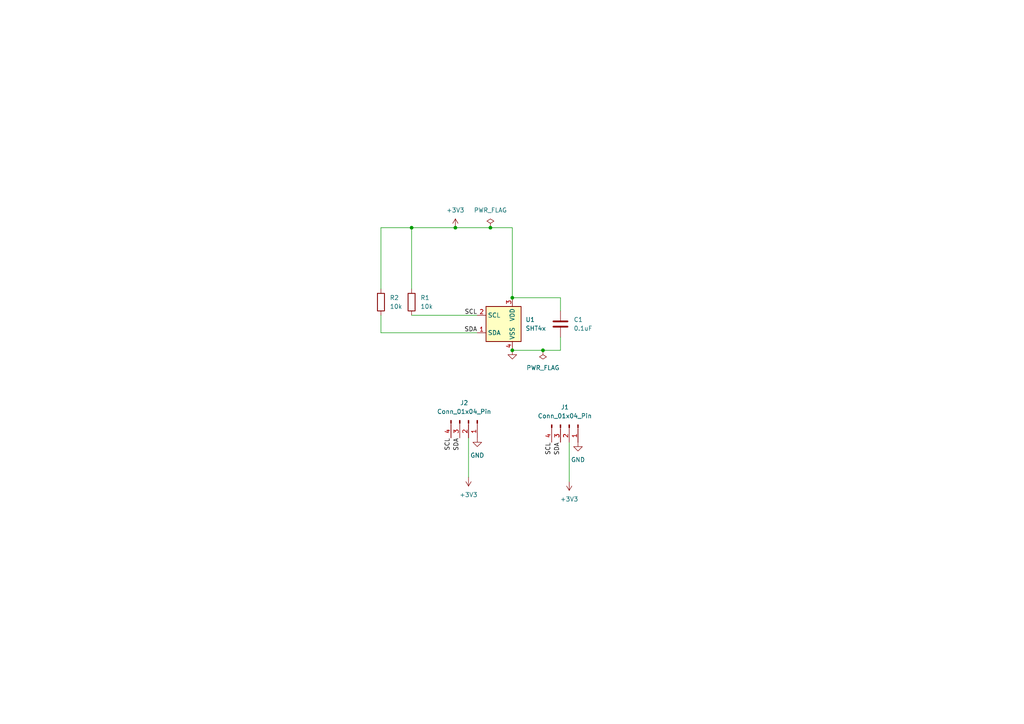
<source format=kicad_sch>
(kicad_sch (version 20230121) (generator eeschema)
  (paper "A4")
  (lib_symbols
    (symbol "Connector:Conn_01x04_Pin" (pin_names (offset 1.016) hide)
      (property "Reference" "J" (at 0 5.08 0))
      (property "Value" "Conn_01x04_Pin" (at 0 -7.62 0))
      (symbol "Conn_01x04_Pin_1_1"
        (polyline (pts (xy 1.27 -5.08) (xy 0.8636 -5.08)) (stroke (width 0.1524)))
        (polyline (pts (xy 1.27 -2.54) (xy 0.8636 -2.54)) (stroke (width 0.1524)))
        (polyline (pts (xy 1.27 0) (xy 0.8636 0)) (stroke (width 0.1524)))
        (polyline (pts (xy 1.27 2.54) (xy 0.8636 2.54)) (stroke (width 0.1524)))
        (rectangle (start 0.8636 -4.953) (end 0 -5.207) (stroke (width 0.1524)) (fill (type outline)))
        (rectangle (start 0.8636 -2.413) (end 0 -2.667) (stroke (width 0.1524)) (fill (type outline)))
        (rectangle (start 0.8636 0.127) (end 0 -0.127) (stroke (width 0.1524)) (fill (type outline)))
        (rectangle (start 0.8636 2.667) (end 0 2.413) (stroke (width 0.1524)) (fill (type outline)))
        (pin passive line (at 5.08 2.54 180) (length 3.81) (name "Pin_1") (number "1"))
        (pin passive line (at 5.08 0 180) (length 3.81) (name "Pin_2") (number "2"))
        (pin passive line (at 5.08 -2.54 180) (length 3.81) (name "Pin_3") (number "3"))
        (pin passive line (at 5.08 -5.08 180) (length 3.81) (name "Pin_4") (number "4"))
      )
    )
    (symbol "Device:C" (pin_numbers hide) (pin_names (offset 0.254))
      (property "Reference" "C" (at 0.635 2.54 0))
      (property "Value" "C" (at 0.635 -2.54 0))
      (symbol "C_0_1"
        (polyline (pts (xy -2.032 -0.762) (xy 2.032 -0.762)) (stroke (width 0.508)))
        (polyline (pts (xy -2.032 0.762) (xy 2.032 0.762)) (stroke (width 0.508)))
      )
      (symbol "C_1_1"
        (pin passive line (at 0 3.81 270) (length 2.794) (name "~") (number "1"))
        (pin passive line (at 0 -3.81 90) (length 2.794) (name "~") (number "2"))
      )
    )
    (symbol "Device:R" (pin_numbers hide) (pin_names (offset 0))
      (property "Reference" "R" (at 2.032 0 90))
      (property "Value" "R" (at 0 0 90))
      (symbol "R_0_1"
        (rectangle (start -1.016 -2.54) (end 1.016 2.54) (stroke (width 0.254)))
      )
      (symbol "R_1_1"
        (pin passive line (at 0 3.81 270) (length 1.27) (name "~") (number "1"))
        (pin passive line (at 0 -3.81 90) (length 1.27) (name "~") (number "2"))
      )
    )
    (symbol "Sensor_Humidity:SHT4x"
      (property "Reference" "U" (at 0 8.89 0))
      (property "Value" "SHT4x" (at 0 6.35 0))
      (symbol "SHT4x_1_1"
        (rectangle (start -5.08 5.08) (end 5.08 -5.08) (stroke (width 0.254)) (fill (type background)))
        (pin bidirectional line (at -7.62 -2.54 0) (length 2.54) (name "SDA") (number "1"))
        (pin input line (at -7.62 2.54 0) (length 2.54) (name "SCL") (number "2"))
        (pin power_in line (at 2.54 7.62 270) (length 2.54) (name "VDD") (number "3"))
        (pin power_in line (at 2.54 -7.62 90) (length 2.54) (name "VSS") (number "4"))
      )
    )
    (symbol "power:+3V3" (power) (pin_names (offset 0))
      (property "Value" "+3V3" (at 0 3.556 0))
      (symbol "+3V3_0_1"
        (polyline (pts (xy -0.762 1.27) (xy 0 2.54)))
        (polyline (pts (xy 0 0) (xy 0 2.54)))
        (polyline (pts (xy 0 2.54) (xy 0.762 1.27)))
      )
      (symbol "+3V3_1_1"
        (pin power_in line (at 0 0 90) (length 0) hide (name "+3V3") (number "1"))
      )
    )
    (symbol "power:GND" (power) (pin_names (offset 0))
      (property "Value" "GND" (at 0 -3.81 0))
      (symbol "GND_0_1"
        (polyline (pts (xy 0 0) (xy 0 -1.27) (xy 1.27 -1.27) (xy 0 -2.54) (xy -1.27 -1.27) (xy 0 -1.27)))
      )
      (symbol "GND_1_1"
        (pin power_in line (at 0 0 270) (length 0) hide (name "GND") (number "1"))
      )
    )
    (symbol "power:PWR_FLAG" (power) (pin_numbers hide) (pin_names (offset 0) hide)
      (property "Value" "PWR_FLAG" (at 0 3.81 0))
      (symbol "PWR_FLAG_0_0"
        (pin power_out line (at 0 0 90) (length 0) (name "pwr") (number "1"))
      )
      (symbol "PWR_FLAG_0_1"
        (polyline (pts (xy 0 0) (xy 0 1.27) (xy -1.016 1.905) (xy 0 2.54) (xy 1.016 1.905) (xy 0 1.27)))
      )
    )
  )
  (junction (at 157.48 101.6))
  (junction (at 132.08 66.04))
  (junction (at 119.38 66.04))
  (junction (at 142.24 66.04))
  (junction (at 148.59 86.36))
  (junction (at 148.59 101.6))
  (wire (pts (xy 110.49 66.04) (xy 119.38 66.04)))
  (wire (pts (xy 162.56 101.6) (xy 162.56 97.79)))
  (wire (pts (xy 148.59 101.6) (xy 157.48 101.6)))
  (wire (pts (xy 142.24 66.04) (xy 148.59 66.04)))
  (wire (pts (xy 132.08 66.04) (xy 142.24 66.04)))
  (wire (pts (xy 135.89 127) (xy 135.89 138.43)))
  (wire (pts (xy 165.1 128.27) (xy 165.1 139.7)))
  (wire (pts (xy 162.56 86.36) (xy 148.59 86.36)))
  (wire (pts (xy 119.38 91.44) (xy 138.43 91.44)))
  (wire (pts (xy 138.43 96.52) (xy 110.49 96.52)))
  (wire (pts (xy 110.49 83.82) (xy 110.49 66.04)))
  (wire (pts (xy 119.38 83.82) (xy 119.38 66.04)))
  (wire (pts (xy 119.38 66.04) (xy 132.08 66.04)))
  (wire (pts (xy 110.49 91.44) (xy 110.49 96.52)))
  (wire (pts (xy 148.59 66.04) (xy 148.59 86.36)))
  (wire (pts (xy 157.48 101.6) (xy 162.56 101.6)))
  (wire (pts (xy 162.56 90.17) (xy 162.56 86.36)))
  (label "SCL" (at 160.02 128.27 270))
  (label "SDA" (at 133.35 127 270))
  (label "SCL" (at 138.43 91.44 180))
  (label "SDA" (at 162.56 128.27 270))
  (label "SDA" (at 138.43 96.52 180))
  (label "SCL" (at 130.81 127 270))
  (symbol (lib_id "Connector:Conn_01x04_Pin") (at 165.1 123.19 270) (unit 1)
    (property "Reference" "J1" (at 163.83 118.11 90))
    (property "Value" "Conn_01x04_Pin" (at 163.83 120.65 90))
    (property "Footprint" "Connector_PinHeader_2.54mm:PinHeader_1x04_P2.54mm_Vertical" (effects hide))
  )
  (symbol (lib_id "power:+3V3") (at 165.1 139.7 180) (unit 1)
    (property "Reference" "#PWR05" (effects hide))
    (property "Value" "+3V3" (at 165.1 144.78 0))
  )
  (symbol (lib_id "Sensor_Humidity:SHT4x") (at 146.05 93.98 0) (unit 1)
    (property "Reference" "U1" (at 152.4 92.71 0) (effects (justify left)))
    (property "Value" "SHT4x" (at 152.4 95.25 0) (effects (justify left)))
    (property "Footprint" "Sensor_Humidity:Sensirion_DFN-4_1.5x1.5mm_P0.8mm_SHT4x_NoCentralPad" (effects hide))
    (property "Datasheet" "https://sensirion.com/media/documents/33FD6951/624C4357/Datasheet_SHT4x.pdf" (effects hide))
  )
  (symbol (lib_id "Device:R") (at 110.49 87.63 0) (unit 1)
    (property "Reference" "R2" (at 113.03 86.36 0) (effects (justify left)))
    (property "Value" "10k" (at 113.03 88.9 0) (effects (justify left)))
    (property "Footprint" "Resistor_SMD:R_0805_2012Metric" (effects hide))
  )
  (symbol (lib_id "power:GND") (at 167.64 128.27 0) (unit 1)
    (property "Reference" "#PWR06" (effects hide))
    (property "Value" "GND" (at 167.64 133.35 0))
  )
  (symbol (lib_id "power:GND") (at 148.59 101.6 0) (unit 1)
    (property "Reference" "#PWR01" (effects hide))
    (property "Value" "GND" (effects hide))
  )
  (symbol (lib_id "power:+3V3") (at 132.08 66.04 0) (unit 1)
    (property "Reference" "#PWR02" (effects hide))
    (property "Value" "+3V3" (at 132.08 60.96 0))
  )
  (symbol (lib_id "power:GND") (at 138.43 127 0) (unit 1)
    (property "Reference" "#PWR04" (effects hide))
    (property "Value" "GND" (at 138.43 132.08 0))
  )
  (symbol (lib_id "power:+3V3") (at 135.89 138.43 180) (unit 1)
    (property "Reference" "#PWR03" (effects hide))
    (property "Value" "+3V3" (at 135.89 143.51 0))
  )
  (symbol (lib_id "Device:R") (at 119.38 87.63 0) (unit 1)
    (property "Reference" "R1" (at 121.92 86.36 0) (effects (justify left)))
    (property "Value" "10k" (at 121.92 88.9 0) (effects (justify left)))
    (property "Footprint" "Resistor_SMD:R_0805_2012Metric" (effects hide))
  )
  (symbol (lib_id "power:PWR_FLAG") (at 142.24 66.04 0) (unit 1)
    (property "Reference" "#FLG01" (effects hide))
    (property "Value" "PWR_FLAG" (at 142.24 60.96 0))
  )
  (symbol (lib_id "power:PWR_FLAG") (at 157.48 101.6 180) (unit 1)
    (property "Reference" "#FLG02" (effects hide))
    (property "Value" "PWR_FLAG" (at 157.48 106.68 0))
  )
  (symbol (lib_id "Connector:Conn_01x04_Pin") (at 135.89 121.92 270) (unit 1)
    (property "Reference" "J2" (at 134.62 116.84 90))
    (property "Value" "Conn_01x04_Pin" (at 134.62 119.38 90))
    (property "Footprint" "Connector_PinHeader_2.54mm:PinHeader_1x04_P2.54mm_Vertical" (effects hide))
  )
  (symbol (lib_id "Device:C") (at 162.56 93.98 0) (unit 1)
    (property "Reference" "C1" (at 166.37 92.71 0) (effects (justify left)))
    (property "Value" "0.1uF" (at 166.37 95.25 0) (effects (justify left)))
    (property "Footprint" "Capacitor_SMD:C_0805_2012Metric" (effects hide))
  )
)
</source>
